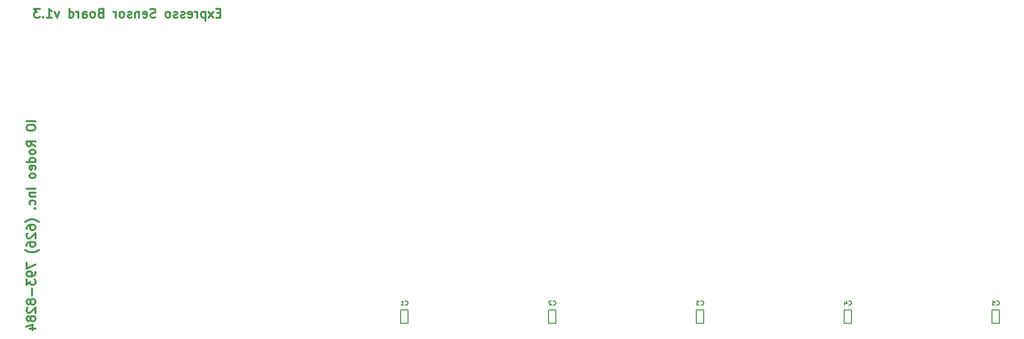
<source format=gbo>
G04 (created by PCBNEW-RS274X (2011-05-25)-stable) date Fri 12 Oct 2012 09:19:42 AM PDT*
G01*
G70*
G90*
%MOIN*%
G04 Gerber Fmt 3.4, Leading zero omitted, Abs format*
%FSLAX34Y34*%
G04 APERTURE LIST*
%ADD10C,0.006000*%
%ADD11C,0.012000*%
%ADD12C,0.005000*%
%ADD13C,0.005900*%
G04 APERTURE END LIST*
G54D10*
G54D11*
X33647Y-12937D02*
X33447Y-12937D01*
X33361Y-13251D02*
X33647Y-13251D01*
X33647Y-12651D01*
X33361Y-12651D01*
X33161Y-13251D02*
X32847Y-12851D01*
X33161Y-12851D02*
X32847Y-13251D01*
X32618Y-12851D02*
X32618Y-13451D01*
X32618Y-12879D02*
X32561Y-12851D01*
X32447Y-12851D01*
X32390Y-12879D01*
X32361Y-12908D01*
X32332Y-12965D01*
X32332Y-13137D01*
X32361Y-13194D01*
X32390Y-13222D01*
X32447Y-13251D01*
X32561Y-13251D01*
X32618Y-13222D01*
X32075Y-13251D02*
X32075Y-12851D01*
X32075Y-12965D02*
X32047Y-12908D01*
X32018Y-12879D01*
X31961Y-12851D01*
X31904Y-12851D01*
X31476Y-13222D02*
X31533Y-13251D01*
X31647Y-13251D01*
X31704Y-13222D01*
X31733Y-13165D01*
X31733Y-12937D01*
X31704Y-12879D01*
X31647Y-12851D01*
X31533Y-12851D01*
X31476Y-12879D01*
X31447Y-12937D01*
X31447Y-12994D01*
X31733Y-13051D01*
X31219Y-13222D02*
X31162Y-13251D01*
X31047Y-13251D01*
X30990Y-13222D01*
X30962Y-13165D01*
X30962Y-13137D01*
X30990Y-13079D01*
X31047Y-13051D01*
X31133Y-13051D01*
X31190Y-13022D01*
X31219Y-12965D01*
X31219Y-12937D01*
X31190Y-12879D01*
X31133Y-12851D01*
X31047Y-12851D01*
X30990Y-12879D01*
X30733Y-13222D02*
X30676Y-13251D01*
X30561Y-13251D01*
X30504Y-13222D01*
X30476Y-13165D01*
X30476Y-13137D01*
X30504Y-13079D01*
X30561Y-13051D01*
X30647Y-13051D01*
X30704Y-13022D01*
X30733Y-12965D01*
X30733Y-12937D01*
X30704Y-12879D01*
X30647Y-12851D01*
X30561Y-12851D01*
X30504Y-12879D01*
X30132Y-13251D02*
X30190Y-13222D01*
X30218Y-13194D01*
X30247Y-13137D01*
X30247Y-12965D01*
X30218Y-12908D01*
X30190Y-12879D01*
X30132Y-12851D01*
X30047Y-12851D01*
X29990Y-12879D01*
X29961Y-12908D01*
X29932Y-12965D01*
X29932Y-13137D01*
X29961Y-13194D01*
X29990Y-13222D01*
X30047Y-13251D01*
X30132Y-13251D01*
X29247Y-13222D02*
X29161Y-13251D01*
X29018Y-13251D01*
X28961Y-13222D01*
X28932Y-13194D01*
X28904Y-13137D01*
X28904Y-13079D01*
X28932Y-13022D01*
X28961Y-12994D01*
X29018Y-12965D01*
X29132Y-12937D01*
X29190Y-12908D01*
X29218Y-12879D01*
X29247Y-12822D01*
X29247Y-12765D01*
X29218Y-12708D01*
X29190Y-12679D01*
X29132Y-12651D01*
X28990Y-12651D01*
X28904Y-12679D01*
X28419Y-13222D02*
X28476Y-13251D01*
X28590Y-13251D01*
X28647Y-13222D01*
X28676Y-13165D01*
X28676Y-12937D01*
X28647Y-12879D01*
X28590Y-12851D01*
X28476Y-12851D01*
X28419Y-12879D01*
X28390Y-12937D01*
X28390Y-12994D01*
X28676Y-13051D01*
X28133Y-12851D02*
X28133Y-13251D01*
X28133Y-12908D02*
X28105Y-12879D01*
X28047Y-12851D01*
X27962Y-12851D01*
X27905Y-12879D01*
X27876Y-12937D01*
X27876Y-13251D01*
X27619Y-13222D02*
X27562Y-13251D01*
X27447Y-13251D01*
X27390Y-13222D01*
X27362Y-13165D01*
X27362Y-13137D01*
X27390Y-13079D01*
X27447Y-13051D01*
X27533Y-13051D01*
X27590Y-13022D01*
X27619Y-12965D01*
X27619Y-12937D01*
X27590Y-12879D01*
X27533Y-12851D01*
X27447Y-12851D01*
X27390Y-12879D01*
X27018Y-13251D02*
X27076Y-13222D01*
X27104Y-13194D01*
X27133Y-13137D01*
X27133Y-12965D01*
X27104Y-12908D01*
X27076Y-12879D01*
X27018Y-12851D01*
X26933Y-12851D01*
X26876Y-12879D01*
X26847Y-12908D01*
X26818Y-12965D01*
X26818Y-13137D01*
X26847Y-13194D01*
X26876Y-13222D01*
X26933Y-13251D01*
X27018Y-13251D01*
X26561Y-13251D02*
X26561Y-12851D01*
X26561Y-12965D02*
X26533Y-12908D01*
X26504Y-12879D01*
X26447Y-12851D01*
X26390Y-12851D01*
X25533Y-12937D02*
X25447Y-12965D01*
X25419Y-12994D01*
X25390Y-13051D01*
X25390Y-13137D01*
X25419Y-13194D01*
X25447Y-13222D01*
X25505Y-13251D01*
X25733Y-13251D01*
X25733Y-12651D01*
X25533Y-12651D01*
X25476Y-12679D01*
X25447Y-12708D01*
X25419Y-12765D01*
X25419Y-12822D01*
X25447Y-12879D01*
X25476Y-12908D01*
X25533Y-12937D01*
X25733Y-12937D01*
X25047Y-13251D02*
X25105Y-13222D01*
X25133Y-13194D01*
X25162Y-13137D01*
X25162Y-12965D01*
X25133Y-12908D01*
X25105Y-12879D01*
X25047Y-12851D01*
X24962Y-12851D01*
X24905Y-12879D01*
X24876Y-12908D01*
X24847Y-12965D01*
X24847Y-13137D01*
X24876Y-13194D01*
X24905Y-13222D01*
X24962Y-13251D01*
X25047Y-13251D01*
X24333Y-13251D02*
X24333Y-12937D01*
X24362Y-12879D01*
X24419Y-12851D01*
X24533Y-12851D01*
X24590Y-12879D01*
X24333Y-13222D02*
X24390Y-13251D01*
X24533Y-13251D01*
X24590Y-13222D01*
X24619Y-13165D01*
X24619Y-13108D01*
X24590Y-13051D01*
X24533Y-13022D01*
X24390Y-13022D01*
X24333Y-12994D01*
X24047Y-13251D02*
X24047Y-12851D01*
X24047Y-12965D02*
X24019Y-12908D01*
X23990Y-12879D01*
X23933Y-12851D01*
X23876Y-12851D01*
X23419Y-13251D02*
X23419Y-12651D01*
X23419Y-13222D02*
X23476Y-13251D01*
X23590Y-13251D01*
X23648Y-13222D01*
X23676Y-13194D01*
X23705Y-13137D01*
X23705Y-12965D01*
X23676Y-12908D01*
X23648Y-12879D01*
X23590Y-12851D01*
X23476Y-12851D01*
X23419Y-12879D01*
X22733Y-12851D02*
X22590Y-13251D01*
X22448Y-12851D01*
X21905Y-13251D02*
X22248Y-13251D01*
X22076Y-13251D02*
X22076Y-12651D01*
X22133Y-12737D01*
X22191Y-12794D01*
X22248Y-12822D01*
X21648Y-13194D02*
X21620Y-13222D01*
X21648Y-13251D01*
X21677Y-13222D01*
X21648Y-13194D01*
X21648Y-13251D01*
X21419Y-12651D02*
X21048Y-12651D01*
X21248Y-12879D01*
X21162Y-12879D01*
X21105Y-12908D01*
X21076Y-12937D01*
X21048Y-12994D01*
X21048Y-13137D01*
X21076Y-13194D01*
X21105Y-13222D01*
X21162Y-13251D01*
X21334Y-13251D01*
X21391Y-13222D01*
X21419Y-13194D01*
X21128Y-20246D02*
X20528Y-20246D01*
X20528Y-20646D02*
X20528Y-20760D01*
X20556Y-20818D01*
X20614Y-20875D01*
X20728Y-20903D01*
X20928Y-20903D01*
X21042Y-20875D01*
X21099Y-20818D01*
X21128Y-20760D01*
X21128Y-20646D01*
X21099Y-20589D01*
X21042Y-20532D01*
X20928Y-20503D01*
X20728Y-20503D01*
X20614Y-20532D01*
X20556Y-20589D01*
X20528Y-20646D01*
X21128Y-21961D02*
X20842Y-21761D01*
X21128Y-21618D02*
X20528Y-21618D01*
X20528Y-21846D01*
X20556Y-21904D01*
X20585Y-21932D01*
X20642Y-21961D01*
X20728Y-21961D01*
X20785Y-21932D01*
X20814Y-21904D01*
X20842Y-21846D01*
X20842Y-21618D01*
X21128Y-22304D02*
X21099Y-22246D01*
X21071Y-22218D01*
X21014Y-22189D01*
X20842Y-22189D01*
X20785Y-22218D01*
X20756Y-22246D01*
X20728Y-22304D01*
X20728Y-22389D01*
X20756Y-22446D01*
X20785Y-22475D01*
X20842Y-22504D01*
X21014Y-22504D01*
X21071Y-22475D01*
X21099Y-22446D01*
X21128Y-22389D01*
X21128Y-22304D01*
X21128Y-23018D02*
X20528Y-23018D01*
X21099Y-23018D02*
X21128Y-22961D01*
X21128Y-22847D01*
X21099Y-22789D01*
X21071Y-22761D01*
X21014Y-22732D01*
X20842Y-22732D01*
X20785Y-22761D01*
X20756Y-22789D01*
X20728Y-22847D01*
X20728Y-22961D01*
X20756Y-23018D01*
X21099Y-23532D02*
X21128Y-23475D01*
X21128Y-23361D01*
X21099Y-23304D01*
X21042Y-23275D01*
X20814Y-23275D01*
X20756Y-23304D01*
X20728Y-23361D01*
X20728Y-23475D01*
X20756Y-23532D01*
X20814Y-23561D01*
X20871Y-23561D01*
X20928Y-23275D01*
X21128Y-23904D02*
X21099Y-23846D01*
X21071Y-23818D01*
X21014Y-23789D01*
X20842Y-23789D01*
X20785Y-23818D01*
X20756Y-23846D01*
X20728Y-23904D01*
X20728Y-23989D01*
X20756Y-24046D01*
X20785Y-24075D01*
X20842Y-24104D01*
X21014Y-24104D01*
X21071Y-24075D01*
X21099Y-24046D01*
X21128Y-23989D01*
X21128Y-23904D01*
X21128Y-24818D02*
X20528Y-24818D01*
X20728Y-25104D02*
X21128Y-25104D01*
X20785Y-25104D02*
X20756Y-25132D01*
X20728Y-25190D01*
X20728Y-25275D01*
X20756Y-25332D01*
X20814Y-25361D01*
X21128Y-25361D01*
X21099Y-25904D02*
X21128Y-25847D01*
X21128Y-25733D01*
X21099Y-25675D01*
X21071Y-25647D01*
X21014Y-25618D01*
X20842Y-25618D01*
X20785Y-25647D01*
X20756Y-25675D01*
X20728Y-25733D01*
X20728Y-25847D01*
X20756Y-25904D01*
X21071Y-26161D02*
X21099Y-26189D01*
X21128Y-26161D01*
X21099Y-26132D01*
X21071Y-26161D01*
X21128Y-26161D01*
X21356Y-27075D02*
X21328Y-27047D01*
X21242Y-26990D01*
X21185Y-26961D01*
X21099Y-26932D01*
X20956Y-26904D01*
X20842Y-26904D01*
X20699Y-26932D01*
X20614Y-26961D01*
X20556Y-26990D01*
X20471Y-27047D01*
X20442Y-27075D01*
X20528Y-27561D02*
X20528Y-27447D01*
X20556Y-27390D01*
X20585Y-27361D01*
X20671Y-27304D01*
X20785Y-27275D01*
X21014Y-27275D01*
X21071Y-27304D01*
X21099Y-27332D01*
X21128Y-27390D01*
X21128Y-27504D01*
X21099Y-27561D01*
X21071Y-27590D01*
X21014Y-27618D01*
X20871Y-27618D01*
X20814Y-27590D01*
X20785Y-27561D01*
X20756Y-27504D01*
X20756Y-27390D01*
X20785Y-27332D01*
X20814Y-27304D01*
X20871Y-27275D01*
X20585Y-27846D02*
X20556Y-27875D01*
X20528Y-27932D01*
X20528Y-28075D01*
X20556Y-28132D01*
X20585Y-28161D01*
X20642Y-28189D01*
X20699Y-28189D01*
X20785Y-28161D01*
X21128Y-27818D01*
X21128Y-28189D01*
X20528Y-28703D02*
X20528Y-28589D01*
X20556Y-28532D01*
X20585Y-28503D01*
X20671Y-28446D01*
X20785Y-28417D01*
X21014Y-28417D01*
X21071Y-28446D01*
X21099Y-28474D01*
X21128Y-28532D01*
X21128Y-28646D01*
X21099Y-28703D01*
X21071Y-28732D01*
X21014Y-28760D01*
X20871Y-28760D01*
X20814Y-28732D01*
X20785Y-28703D01*
X20756Y-28646D01*
X20756Y-28532D01*
X20785Y-28474D01*
X20814Y-28446D01*
X20871Y-28417D01*
X21356Y-28960D02*
X21328Y-28988D01*
X21242Y-29045D01*
X21185Y-29074D01*
X21099Y-29103D01*
X20956Y-29131D01*
X20842Y-29131D01*
X20699Y-29103D01*
X20614Y-29074D01*
X20556Y-29045D01*
X20471Y-28988D01*
X20442Y-28960D01*
X20528Y-29817D02*
X20528Y-30217D01*
X21128Y-29960D01*
X21128Y-30473D02*
X21128Y-30588D01*
X21099Y-30645D01*
X21071Y-30673D01*
X20985Y-30731D01*
X20871Y-30759D01*
X20642Y-30759D01*
X20585Y-30731D01*
X20556Y-30702D01*
X20528Y-30645D01*
X20528Y-30531D01*
X20556Y-30473D01*
X20585Y-30445D01*
X20642Y-30416D01*
X20785Y-30416D01*
X20842Y-30445D01*
X20871Y-30473D01*
X20899Y-30531D01*
X20899Y-30645D01*
X20871Y-30702D01*
X20842Y-30731D01*
X20785Y-30759D01*
X20528Y-30959D02*
X20528Y-31330D01*
X20756Y-31130D01*
X20756Y-31216D01*
X20785Y-31273D01*
X20814Y-31302D01*
X20871Y-31330D01*
X21014Y-31330D01*
X21071Y-31302D01*
X21099Y-31273D01*
X21128Y-31216D01*
X21128Y-31044D01*
X21099Y-30987D01*
X21071Y-30959D01*
X20899Y-31587D02*
X20899Y-32044D01*
X20785Y-32416D02*
X20756Y-32358D01*
X20728Y-32330D01*
X20671Y-32301D01*
X20642Y-32301D01*
X20585Y-32330D01*
X20556Y-32358D01*
X20528Y-32416D01*
X20528Y-32530D01*
X20556Y-32587D01*
X20585Y-32616D01*
X20642Y-32644D01*
X20671Y-32644D01*
X20728Y-32616D01*
X20756Y-32587D01*
X20785Y-32530D01*
X20785Y-32416D01*
X20814Y-32358D01*
X20842Y-32330D01*
X20899Y-32301D01*
X21014Y-32301D01*
X21071Y-32330D01*
X21099Y-32358D01*
X21128Y-32416D01*
X21128Y-32530D01*
X21099Y-32587D01*
X21071Y-32616D01*
X21014Y-32644D01*
X20899Y-32644D01*
X20842Y-32616D01*
X20814Y-32587D01*
X20785Y-32530D01*
X20585Y-32872D02*
X20556Y-32901D01*
X20528Y-32958D01*
X20528Y-33101D01*
X20556Y-33158D01*
X20585Y-33187D01*
X20642Y-33215D01*
X20699Y-33215D01*
X20785Y-33187D01*
X21128Y-32844D01*
X21128Y-33215D01*
X20785Y-33558D02*
X20756Y-33500D01*
X20728Y-33472D01*
X20671Y-33443D01*
X20642Y-33443D01*
X20585Y-33472D01*
X20556Y-33500D01*
X20528Y-33558D01*
X20528Y-33672D01*
X20556Y-33729D01*
X20585Y-33758D01*
X20642Y-33786D01*
X20671Y-33786D01*
X20728Y-33758D01*
X20756Y-33729D01*
X20785Y-33672D01*
X20785Y-33558D01*
X20814Y-33500D01*
X20842Y-33472D01*
X20899Y-33443D01*
X21014Y-33443D01*
X21071Y-33472D01*
X21099Y-33500D01*
X21128Y-33558D01*
X21128Y-33672D01*
X21099Y-33729D01*
X21071Y-33758D01*
X21014Y-33786D01*
X20899Y-33786D01*
X20842Y-33758D01*
X20814Y-33729D01*
X20785Y-33672D01*
X20728Y-34300D02*
X21128Y-34300D01*
X20499Y-34157D02*
X20928Y-34014D01*
X20928Y-34386D01*
G54D12*
X45835Y-33037D02*
X45835Y-33937D01*
X45835Y-33937D02*
X46335Y-33937D01*
X46335Y-33937D02*
X46335Y-33037D01*
X46335Y-33037D02*
X45835Y-33037D01*
X65835Y-33037D02*
X65835Y-33937D01*
X65835Y-33937D02*
X66335Y-33937D01*
X66335Y-33937D02*
X66335Y-33037D01*
X66335Y-33037D02*
X65835Y-33037D01*
X75835Y-33037D02*
X75835Y-33937D01*
X75835Y-33937D02*
X76335Y-33937D01*
X76335Y-33937D02*
X76335Y-33037D01*
X76335Y-33037D02*
X75835Y-33037D01*
X85835Y-33037D02*
X85835Y-33937D01*
X85835Y-33937D02*
X86335Y-33937D01*
X86335Y-33937D02*
X86335Y-33037D01*
X86335Y-33037D02*
X85835Y-33037D01*
X55835Y-33037D02*
X55835Y-33937D01*
X55835Y-33937D02*
X56335Y-33937D01*
X56335Y-33937D02*
X56335Y-33037D01*
X56335Y-33037D02*
X55835Y-33037D01*
G54D13*
X46134Y-32678D02*
X46148Y-32692D01*
X46190Y-32706D01*
X46218Y-32706D01*
X46261Y-32692D01*
X46289Y-32664D01*
X46303Y-32636D01*
X46317Y-32579D01*
X46317Y-32537D01*
X46303Y-32481D01*
X46289Y-32453D01*
X46261Y-32425D01*
X46218Y-32411D01*
X46190Y-32411D01*
X46148Y-32425D01*
X46134Y-32439D01*
X45853Y-32706D02*
X46022Y-32706D01*
X45938Y-32706D02*
X45938Y-32411D01*
X45966Y-32453D01*
X45994Y-32481D01*
X46022Y-32495D01*
X66134Y-32678D02*
X66148Y-32692D01*
X66190Y-32706D01*
X66218Y-32706D01*
X66261Y-32692D01*
X66289Y-32664D01*
X66303Y-32636D01*
X66317Y-32579D01*
X66317Y-32537D01*
X66303Y-32481D01*
X66289Y-32453D01*
X66261Y-32425D01*
X66218Y-32411D01*
X66190Y-32411D01*
X66148Y-32425D01*
X66134Y-32439D01*
X66036Y-32411D02*
X65853Y-32411D01*
X65952Y-32523D01*
X65909Y-32523D01*
X65881Y-32537D01*
X65867Y-32551D01*
X65853Y-32579D01*
X65853Y-32650D01*
X65867Y-32678D01*
X65881Y-32692D01*
X65909Y-32706D01*
X65994Y-32706D01*
X66022Y-32692D01*
X66036Y-32678D01*
X76134Y-32678D02*
X76148Y-32692D01*
X76190Y-32706D01*
X76218Y-32706D01*
X76261Y-32692D01*
X76289Y-32664D01*
X76303Y-32636D01*
X76317Y-32579D01*
X76317Y-32537D01*
X76303Y-32481D01*
X76289Y-32453D01*
X76261Y-32425D01*
X76218Y-32411D01*
X76190Y-32411D01*
X76148Y-32425D01*
X76134Y-32439D01*
X75881Y-32509D02*
X75881Y-32706D01*
X75952Y-32397D02*
X76022Y-32608D01*
X75839Y-32608D01*
X86134Y-32678D02*
X86148Y-32692D01*
X86190Y-32706D01*
X86218Y-32706D01*
X86261Y-32692D01*
X86289Y-32664D01*
X86303Y-32636D01*
X86317Y-32579D01*
X86317Y-32537D01*
X86303Y-32481D01*
X86289Y-32453D01*
X86261Y-32425D01*
X86218Y-32411D01*
X86190Y-32411D01*
X86148Y-32425D01*
X86134Y-32439D01*
X85867Y-32411D02*
X86008Y-32411D01*
X86022Y-32551D01*
X86008Y-32537D01*
X85980Y-32523D01*
X85909Y-32523D01*
X85881Y-32537D01*
X85867Y-32551D01*
X85853Y-32579D01*
X85853Y-32650D01*
X85867Y-32678D01*
X85881Y-32692D01*
X85909Y-32706D01*
X85980Y-32706D01*
X86008Y-32692D01*
X86022Y-32678D01*
X56134Y-32678D02*
X56148Y-32692D01*
X56190Y-32706D01*
X56218Y-32706D01*
X56261Y-32692D01*
X56289Y-32664D01*
X56303Y-32636D01*
X56317Y-32579D01*
X56317Y-32537D01*
X56303Y-32481D01*
X56289Y-32453D01*
X56261Y-32425D01*
X56218Y-32411D01*
X56190Y-32411D01*
X56148Y-32425D01*
X56134Y-32439D01*
X56022Y-32439D02*
X56008Y-32425D01*
X55980Y-32411D01*
X55909Y-32411D01*
X55881Y-32425D01*
X55867Y-32439D01*
X55853Y-32467D01*
X55853Y-32495D01*
X55867Y-32537D01*
X56036Y-32706D01*
X55853Y-32706D01*
M02*

</source>
